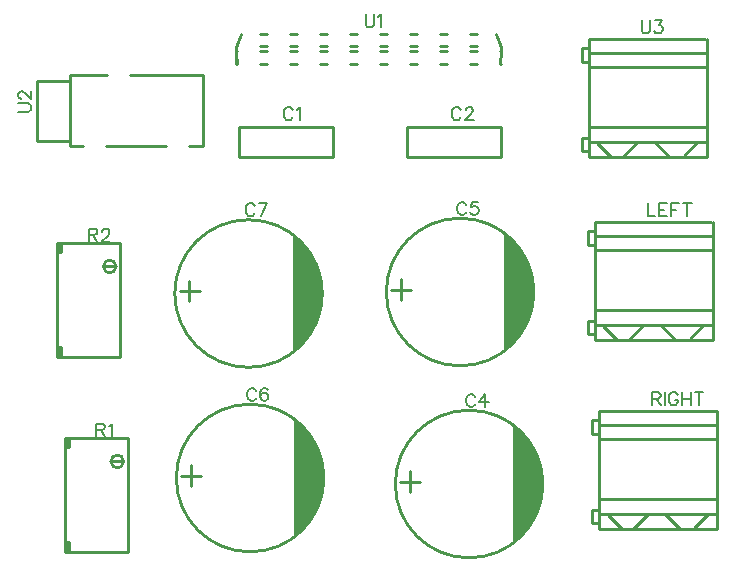
<source format=gto>
G04 Layer: TopSilkscreenLayer*
G04 EasyEDA v6.5.22, 2022-11-10 10:58:02*
G04 6b3d640ebf974b0b8646ff979dfa74d8,4d8ab2db40884aeb91e54047068f32cb,10*
G04 Gerber Generator version 0.2*
G04 Scale: 100 percent, Rotated: No, Reflected: No *
G04 Dimensions in inches *
G04 leading zeros omitted , absolute positions ,3 integer and 6 decimal *
%FSLAX36Y36*%
%MOIN*%

%ADD10C,0.0060*%
%ADD11C,0.0100*%

%LPD*%
D10*
X1787875Y1110199D02*
G01*
X1785775Y1114299D01*
X1781674Y1118400D01*
X1777674Y1120399D01*
X1769475Y1120399D01*
X1765375Y1118400D01*
X1761274Y1114299D01*
X1759174Y1110199D01*
X1757174Y1104000D01*
X1757174Y1093800D01*
X1759174Y1087699D01*
X1761274Y1083600D01*
X1765375Y1079499D01*
X1769475Y1077500D01*
X1777674Y1077500D01*
X1781674Y1079499D01*
X1785775Y1083600D01*
X1787875Y1087699D01*
X1801374Y1112199D02*
G01*
X1805474Y1114299D01*
X1811575Y1120399D01*
X1811575Y1077500D01*
X2347875Y1110199D02*
G01*
X2345775Y1114299D01*
X2341674Y1118400D01*
X2337674Y1120399D01*
X2329475Y1120399D01*
X2325375Y1118400D01*
X2321274Y1114299D01*
X2319174Y1110199D01*
X2317174Y1104000D01*
X2317174Y1093800D01*
X2319174Y1087699D01*
X2321274Y1083600D01*
X2325375Y1079499D01*
X2329475Y1077500D01*
X2337674Y1077500D01*
X2341674Y1079499D01*
X2345775Y1083600D01*
X2347875Y1087699D01*
X2363374Y1110199D02*
G01*
X2363374Y1112199D01*
X2365474Y1116300D01*
X2367475Y1118400D01*
X2371575Y1120399D01*
X2379774Y1120399D01*
X2383874Y1118400D01*
X2385874Y1116300D01*
X2387974Y1112199D01*
X2387974Y1108099D01*
X2385874Y1104000D01*
X2381774Y1097899D01*
X2361374Y1077500D01*
X2389975Y1077500D01*
X2395694Y155199D02*
G01*
X2393594Y159299D01*
X2389494Y163400D01*
X2385495Y165399D01*
X2377295Y165399D01*
X2373194Y163400D01*
X2369094Y159299D01*
X2366994Y155199D01*
X2364994Y149000D01*
X2364994Y138800D01*
X2366994Y132699D01*
X2369094Y128600D01*
X2373194Y124499D01*
X2377295Y122500D01*
X2385495Y122500D01*
X2389494Y124499D01*
X2393594Y128600D01*
X2395694Y132699D01*
X2429594Y165399D02*
G01*
X2409194Y136799D01*
X2439894Y136799D01*
X2429594Y165399D02*
G01*
X2429594Y122500D01*
X2365694Y795199D02*
G01*
X2363594Y799299D01*
X2359494Y803400D01*
X2355495Y805399D01*
X2347295Y805399D01*
X2343194Y803400D01*
X2339094Y799299D01*
X2336994Y795199D01*
X2334994Y789000D01*
X2334994Y778800D01*
X2336994Y772699D01*
X2339094Y768600D01*
X2343194Y764499D01*
X2347295Y762500D01*
X2355495Y762500D01*
X2359494Y764499D01*
X2363594Y768600D01*
X2365694Y772699D01*
X2403694Y805399D02*
G01*
X2383294Y805399D01*
X2381194Y786999D01*
X2383294Y789000D01*
X2389395Y791100D01*
X2395495Y791100D01*
X2401694Y789000D01*
X2405794Y785000D01*
X2407794Y778800D01*
X2407794Y774699D01*
X2405794Y768600D01*
X2401694Y764499D01*
X2395495Y762500D01*
X2389395Y762500D01*
X2383294Y764499D01*
X2381194Y766500D01*
X2379194Y770599D01*
X1665694Y175199D02*
G01*
X1663594Y179299D01*
X1659494Y183400D01*
X1655495Y185399D01*
X1647295Y185399D01*
X1643194Y183400D01*
X1639094Y179299D01*
X1636994Y175199D01*
X1634994Y169000D01*
X1634994Y158800D01*
X1636994Y152699D01*
X1639094Y148600D01*
X1643194Y144499D01*
X1647295Y142500D01*
X1655495Y142500D01*
X1659494Y144499D01*
X1663594Y148600D01*
X1665694Y152699D01*
X1703694Y179299D02*
G01*
X1701694Y183400D01*
X1695495Y185399D01*
X1691495Y185399D01*
X1685294Y183400D01*
X1681194Y177199D01*
X1679194Y166999D01*
X1679194Y156799D01*
X1681194Y148600D01*
X1685294Y144499D01*
X1691495Y142500D01*
X1693495Y142500D01*
X1699594Y144499D01*
X1703694Y148600D01*
X1705794Y154699D01*
X1705794Y156799D01*
X1703694Y162899D01*
X1699594Y166999D01*
X1693495Y169000D01*
X1691495Y169000D01*
X1685294Y166999D01*
X1681194Y162899D01*
X1679194Y156799D01*
X1660694Y790199D02*
G01*
X1658594Y794299D01*
X1654494Y798400D01*
X1650495Y800399D01*
X1642295Y800399D01*
X1638194Y798400D01*
X1634094Y794299D01*
X1631994Y790199D01*
X1629994Y784000D01*
X1629994Y773800D01*
X1631994Y767699D01*
X1634094Y763600D01*
X1638194Y759499D01*
X1642295Y757500D01*
X1650495Y757500D01*
X1654494Y759499D01*
X1658594Y763600D01*
X1660694Y767699D01*
X1702794Y800399D02*
G01*
X1682394Y757500D01*
X1674194Y800399D02*
G01*
X1702794Y800399D01*
X2970000Y800399D02*
G01*
X2970000Y757500D01*
X2970000Y757500D02*
G01*
X2994499Y757500D01*
X3008000Y800399D02*
G01*
X3008000Y757500D01*
X3008000Y800399D02*
G01*
X3034600Y800399D01*
X3008000Y780000D02*
G01*
X3024399Y780000D01*
X3008000Y757500D02*
G01*
X3034600Y757500D01*
X3048100Y800399D02*
G01*
X3048100Y757500D01*
X3048100Y800399D02*
G01*
X3074700Y800399D01*
X3048100Y780000D02*
G01*
X3064499Y780000D01*
X3102500Y800399D02*
G01*
X3102500Y757500D01*
X3088199Y800399D02*
G01*
X3116899Y800399D01*
X2985000Y170399D02*
G01*
X2985000Y127500D01*
X2985000Y170399D02*
G01*
X3003400Y170399D01*
X3009499Y168400D01*
X3011599Y166300D01*
X3013599Y162199D01*
X3013599Y158099D01*
X3011599Y154000D01*
X3009499Y151999D01*
X3003400Y150000D01*
X2985000Y150000D01*
X2999300Y150000D02*
G01*
X3013599Y127500D01*
X3027100Y170399D02*
G01*
X3027100Y127500D01*
X3071300Y160199D02*
G01*
X3069300Y164299D01*
X3065200Y168400D01*
X3061099Y170399D01*
X3052899Y170399D01*
X3048800Y168400D01*
X3044700Y164299D01*
X3042700Y160199D01*
X3040600Y154000D01*
X3040600Y143800D01*
X3042700Y137699D01*
X3044700Y133600D01*
X3048800Y129499D01*
X3052899Y127500D01*
X3061099Y127500D01*
X3065200Y129499D01*
X3069300Y133600D01*
X3071300Y137699D01*
X3071300Y143800D01*
X3061099Y143800D02*
G01*
X3071300Y143800D01*
X3084799Y170399D02*
G01*
X3084799Y127500D01*
X3113500Y170399D02*
G01*
X3113500Y127500D01*
X3084799Y150000D02*
G01*
X3113500Y150000D01*
X3141300Y170399D02*
G01*
X3141300Y127500D01*
X3126999Y170399D02*
G01*
X3155600Y170399D01*
X2950000Y1410399D02*
G01*
X2950000Y1379699D01*
X2951999Y1373600D01*
X2956099Y1369499D01*
X2962299Y1367500D01*
X2966400Y1367500D01*
X2972500Y1369499D01*
X2976599Y1373600D01*
X2978599Y1379699D01*
X2978599Y1410399D01*
X2996199Y1410399D02*
G01*
X3018699Y1410399D01*
X3006499Y1394000D01*
X3012600Y1394000D01*
X3016700Y1391999D01*
X3018699Y1390000D01*
X3020799Y1383800D01*
X3020799Y1379699D01*
X3018699Y1373600D01*
X3014600Y1369499D01*
X3008500Y1367500D01*
X3002399Y1367500D01*
X2996199Y1369499D01*
X2994200Y1371500D01*
X2992100Y1375599D01*
X1132362Y65799D02*
G01*
X1132362Y22899D01*
X1132362Y65799D02*
G01*
X1150762Y65799D01*
X1156862Y63800D01*
X1158962Y61700D01*
X1160961Y57600D01*
X1160961Y53499D01*
X1158962Y49400D01*
X1156862Y47399D01*
X1150762Y45399D01*
X1132362Y45399D01*
X1146661Y45399D02*
G01*
X1160961Y22899D01*
X1174462Y57600D02*
G01*
X1178562Y59699D01*
X1184762Y65799D01*
X1184762Y22899D01*
X1107362Y715799D02*
G01*
X1107362Y672899D01*
X1107362Y715799D02*
G01*
X1125762Y715799D01*
X1131862Y713800D01*
X1133962Y711700D01*
X1135961Y707600D01*
X1135961Y703499D01*
X1133962Y699400D01*
X1131862Y697399D01*
X1125762Y695399D01*
X1107362Y695399D01*
X1121661Y695399D02*
G01*
X1135961Y672899D01*
X1151562Y705599D02*
G01*
X1151562Y707600D01*
X1153562Y711700D01*
X1155662Y713800D01*
X1159762Y715799D01*
X1167861Y715799D01*
X1171962Y713800D01*
X1174062Y711700D01*
X1176062Y707600D01*
X1176062Y703499D01*
X1174062Y699400D01*
X1169961Y693299D01*
X1149462Y672899D01*
X1178162Y672899D01*
X2030000Y1430399D02*
G01*
X2030000Y1399699D01*
X2031999Y1393600D01*
X2036099Y1389499D01*
X2042299Y1387500D01*
X2046400Y1387500D01*
X2052500Y1389499D01*
X2056599Y1393600D01*
X2058599Y1399699D01*
X2058599Y1430399D01*
X2072100Y1422199D02*
G01*
X2076199Y1424299D01*
X2082399Y1430399D01*
X2082399Y1387500D01*
X872865Y1105000D02*
G01*
X903564Y1105000D01*
X909665Y1106999D01*
X913765Y1111100D01*
X915765Y1117300D01*
X915765Y1121399D01*
X913765Y1127500D01*
X909665Y1131599D01*
X903564Y1133600D01*
X872865Y1133600D01*
X883064Y1149200D02*
G01*
X881064Y1149200D01*
X876965Y1151199D01*
X874864Y1153299D01*
X872865Y1157399D01*
X872865Y1165500D01*
X874864Y1169600D01*
X876965Y1171700D01*
X881064Y1173699D01*
X885164Y1173699D01*
X889264Y1171700D01*
X895365Y1167600D01*
X915765Y1147100D01*
X915765Y1175799D01*
G36*
X2522640Y61840D02*
G01*
X2522640Y-331840D01*
X2554580Y-299860D01*
X2560620Y-293340D01*
X2566420Y-286600D01*
X2571960Y-279660D01*
X2577240Y-272500D01*
X2582240Y-265160D01*
X2586960Y-257640D01*
X2591400Y-249940D01*
X2595560Y-242079D01*
X2599420Y-234080D01*
X2602980Y-225940D01*
X2606220Y-217659D01*
X2609160Y-209280D01*
X2611780Y-200780D01*
X2614080Y-192200D01*
X2616040Y-183540D01*
X2616920Y-179180D01*
X2618399Y-170420D01*
X2619560Y-161600D01*
X2620400Y-152760D01*
X2620899Y-143880D01*
X2621060Y-135000D01*
X2620899Y-126120D01*
X2620400Y-117240D01*
X2619560Y-108400D01*
X2618399Y-99580D01*
X2616920Y-90820D01*
X2615100Y-82120D01*
X2614080Y-77800D01*
X2611780Y-69220D01*
X2609160Y-60720D01*
X2606220Y-52340D01*
X2602980Y-44060D01*
X2599420Y-35920D01*
X2595560Y-27919D01*
X2591400Y-20059D01*
X2586960Y-12360D01*
X2582240Y-4840D01*
X2577240Y2500D01*
X2571960Y9660D01*
X2566420Y16600D01*
X2560620Y23340D01*
X2554580Y29860D01*
G37*
G36*
X2492640Y701840D02*
G01*
X2492640Y308160D01*
X2524580Y340140D01*
X2530620Y346659D01*
X2536420Y353400D01*
X2541960Y360340D01*
X2547240Y367500D01*
X2552240Y374840D01*
X2556960Y382360D01*
X2561400Y390060D01*
X2565560Y397920D01*
X2569420Y405920D01*
X2572980Y414060D01*
X2576220Y422340D01*
X2579160Y430720D01*
X2581780Y439219D01*
X2584080Y447800D01*
X2586040Y456460D01*
X2586920Y460820D01*
X2588399Y469580D01*
X2589560Y478400D01*
X2590400Y487239D01*
X2590899Y496120D01*
X2591060Y505000D01*
X2590899Y513880D01*
X2590400Y522760D01*
X2589560Y531600D01*
X2588399Y540420D01*
X2586920Y549180D01*
X2585100Y557880D01*
X2584080Y562200D01*
X2581780Y570780D01*
X2579160Y579280D01*
X2576220Y587660D01*
X2572980Y595940D01*
X2569420Y604080D01*
X2565560Y612080D01*
X2561400Y619940D01*
X2556960Y627640D01*
X2552240Y635160D01*
X2547240Y642500D01*
X2541960Y649659D01*
X2536420Y656600D01*
X2530620Y663340D01*
X2524580Y669860D01*
G37*
G36*
X1792640Y81840D02*
G01*
X1792640Y-311840D01*
X1824580Y-279860D01*
X1830620Y-273340D01*
X1836420Y-266600D01*
X1841960Y-259660D01*
X1847240Y-252500D01*
X1852240Y-245159D01*
X1856960Y-237640D01*
X1861399Y-229940D01*
X1865560Y-222079D01*
X1869420Y-214080D01*
X1872980Y-205940D01*
X1876220Y-197659D01*
X1879160Y-189280D01*
X1881780Y-180780D01*
X1884079Y-172200D01*
X1886040Y-163540D01*
X1886920Y-159180D01*
X1888400Y-150420D01*
X1889560Y-141600D01*
X1890400Y-132760D01*
X1890900Y-123880D01*
X1891060Y-115000D01*
X1890900Y-106120D01*
X1890400Y-97240D01*
X1889560Y-88400D01*
X1888400Y-79580D01*
X1886920Y-70820D01*
X1885100Y-62120D01*
X1884079Y-57800D01*
X1881780Y-49220D01*
X1879160Y-40720D01*
X1876220Y-32340D01*
X1872980Y-24060D01*
X1869420Y-15920D01*
X1865560Y-7920D01*
X1861399Y-60D01*
X1856960Y7640D01*
X1852240Y15160D01*
X1847240Y22500D01*
X1841960Y29660D01*
X1836420Y36600D01*
X1830620Y43339D01*
X1824580Y49860D01*
G37*
G36*
X1787640Y696840D02*
G01*
X1787640Y303160D01*
X1819580Y335140D01*
X1825620Y341659D01*
X1831420Y348400D01*
X1836960Y355340D01*
X1842240Y362500D01*
X1847240Y369840D01*
X1851960Y377360D01*
X1856399Y385060D01*
X1860560Y392920D01*
X1864420Y400920D01*
X1867980Y409060D01*
X1871220Y417340D01*
X1874160Y425720D01*
X1876780Y434219D01*
X1879079Y442800D01*
X1881040Y451460D01*
X1881920Y455820D01*
X1883400Y464580D01*
X1884560Y473400D01*
X1885400Y482239D01*
X1885900Y491120D01*
X1886060Y500000D01*
X1885900Y508880D01*
X1885400Y517760D01*
X1884560Y526600D01*
X1883400Y535420D01*
X1881920Y544180D01*
X1880100Y552880D01*
X1879079Y557200D01*
X1876780Y565780D01*
X1874160Y574280D01*
X1871220Y582660D01*
X1867980Y590940D01*
X1864420Y599080D01*
X1860560Y607080D01*
X1856399Y614940D01*
X1851960Y622640D01*
X1847240Y630160D01*
X1842240Y637500D01*
X1836960Y644659D01*
X1831420Y651600D01*
X1825620Y658340D01*
X1819580Y664860D01*
G37*
D11*
X1607514Y1054214D02*
G01*
X1922475Y1054212D01*
X1922475Y955785D02*
G01*
X1607514Y955787D01*
X1607514Y1054214D02*
G01*
X1607514Y955787D01*
X1922475Y1054212D02*
G01*
X1922475Y955785D01*
X2167514Y1054214D02*
G01*
X2482475Y1054212D01*
X2482475Y955785D02*
G01*
X2167514Y955787D01*
X2167514Y1054214D02*
G01*
X2167514Y955787D01*
X2482475Y1054212D02*
G01*
X2482475Y955785D01*
X2211994Y-128000D02*
G01*
X2145995Y-128000D01*
X2177995Y-160999D02*
G01*
X2177995Y-93000D01*
X2181994Y511999D02*
G01*
X2115995Y511999D01*
X2147995Y479000D02*
G01*
X2147995Y546999D01*
X1481994Y-108000D02*
G01*
X1415995Y-108000D01*
X1447995Y-140999D02*
G01*
X1447995Y-73000D01*
X1476994Y506999D02*
G01*
X1410995Y506999D01*
X1442995Y474000D02*
G01*
X1442995Y541999D01*
X2793541Y737912D02*
G01*
X3182912Y737912D01*
X2793541Y737912D02*
G01*
X2793542Y344214D01*
X2794723Y344214D02*
G01*
X3186457Y344214D01*
X3186458Y737912D02*
G01*
X3186457Y344214D01*
X2793541Y645000D02*
G01*
X3186457Y645000D01*
X2770000Y710050D02*
G01*
X2793622Y710050D01*
X2770000Y663236D02*
G01*
X2770000Y710050D01*
X2793622Y663236D02*
G01*
X2770000Y663236D01*
X2770000Y365000D02*
G01*
X2770000Y410050D01*
X2793622Y410050D01*
X2793622Y365000D02*
G01*
X2770000Y365000D01*
X3154856Y393892D02*
G01*
X3110622Y349659D01*
X3110622Y345787D01*
X3061621Y345787D02*
G01*
X3013515Y393892D01*
X3008621Y393892D01*
X2955622Y393892D02*
G01*
X2907622Y345893D01*
X2907622Y345787D01*
X2868621Y345787D02*
G01*
X2821621Y392786D01*
X2821621Y393892D01*
X2793541Y393894D02*
G01*
X3186457Y393894D01*
X2793541Y447808D02*
G01*
X2794877Y446471D01*
X3186457Y446471D01*
X2793541Y691806D02*
G01*
X3186457Y691806D01*
X2808541Y107912D02*
G01*
X3197912Y107912D01*
X2808541Y107912D02*
G01*
X2808542Y-285785D01*
X2809723Y-285785D02*
G01*
X3201457Y-285785D01*
X3201458Y107912D02*
G01*
X3201457Y-285785D01*
X2808541Y15000D02*
G01*
X3201457Y15000D01*
X2785000Y80050D02*
G01*
X2808622Y80050D01*
X2785000Y33236D02*
G01*
X2785000Y80050D01*
X2808622Y33236D02*
G01*
X2785000Y33236D01*
X2785000Y-265000D02*
G01*
X2785000Y-219949D01*
X2808622Y-219949D01*
X2808622Y-265000D02*
G01*
X2785000Y-265000D01*
X3169856Y-236107D02*
G01*
X3125622Y-280340D01*
X3125622Y-284212D01*
X3076621Y-284212D02*
G01*
X3028515Y-236107D01*
X3023621Y-236107D01*
X2970622Y-236107D02*
G01*
X2922622Y-284106D01*
X2922622Y-284212D01*
X2883621Y-284212D02*
G01*
X2836621Y-237213D01*
X2836621Y-236107D01*
X2808541Y-236105D02*
G01*
X3201457Y-236105D01*
X2808541Y-182192D02*
G01*
X2809877Y-183528D01*
X3201457Y-183528D01*
X2808541Y61806D02*
G01*
X3201457Y61806D01*
X2773541Y1347912D02*
G01*
X3162912Y1347912D01*
X2773541Y1347912D02*
G01*
X2773542Y954214D01*
X2774723Y954214D02*
G01*
X3166457Y954214D01*
X3166458Y1347912D02*
G01*
X3166457Y954214D01*
X2773541Y1255000D02*
G01*
X3166457Y1255000D01*
X2750000Y1320050D02*
G01*
X2773622Y1320050D01*
X2750000Y1273236D02*
G01*
X2750000Y1320050D01*
X2773622Y1273236D02*
G01*
X2750000Y1273236D01*
X2750000Y975000D02*
G01*
X2750000Y1020050D01*
X2773622Y1020050D01*
X2773622Y975000D02*
G01*
X2750000Y975000D01*
X3134856Y1003892D02*
G01*
X3090622Y959659D01*
X3090622Y955787D01*
X3041621Y955787D02*
G01*
X2993515Y1003892D01*
X2988621Y1003892D01*
X2935622Y1003892D02*
G01*
X2887622Y955893D01*
X2887622Y955787D01*
X2848621Y955787D02*
G01*
X2801621Y1002786D01*
X2801621Y1003892D01*
X2773541Y1003894D02*
G01*
X3166457Y1003894D01*
X2773541Y1057808D02*
G01*
X2774877Y1056471D01*
X3166457Y1056471D01*
X2773541Y1301806D02*
G01*
X3166457Y1301806D01*
X1187362Y-59600D02*
G01*
X1202362Y-59600D01*
X1217362Y-59600D01*
X1202362Y-59600D01*
X1027362Y20000D02*
G01*
X1237362Y20000D01*
X1237362Y-360000D01*
X1027362Y-360000D01*
X1027362Y20000D01*
X1033422Y17010D02*
G01*
X1041292Y17010D01*
X1041292Y-12989D01*
X1033422Y-12989D01*
X1033422Y17010D01*
X1033422Y-326999D02*
G01*
X1041292Y-326999D01*
X1041292Y-356999D01*
X1033422Y-356999D01*
X1033422Y-326999D01*
X1162362Y590399D02*
G01*
X1177362Y590399D01*
X1192362Y590399D01*
X1177362Y590399D01*
X1002362Y670000D02*
G01*
X1212362Y670000D01*
X1212362Y290000D01*
X1002362Y290000D01*
X1002362Y670000D01*
X1008422Y667010D02*
G01*
X1016292Y667010D01*
X1016292Y637010D01*
X1008422Y637010D01*
X1008422Y667010D01*
X1008422Y323000D02*
G01*
X1016292Y323000D01*
X1016292Y293000D01*
X1008422Y293000D01*
X1008422Y323000D01*
X1598999Y1299000D02*
G01*
X1598999Y1264000D01*
X1598999Y1264000D02*
G01*
X1603000Y1264000D01*
X1615000Y1365999D02*
G01*
X1598999Y1323000D01*
X1598999Y1323000D02*
G01*
X1598999Y1306999D01*
X1598999Y1306999D02*
G01*
X1598999Y1299000D01*
X1598999Y1299000D02*
G01*
X1603000Y1264000D01*
X2476999Y1264000D02*
G01*
X2481000Y1306999D01*
X2481000Y1306999D02*
G01*
X2481000Y1323000D01*
X2481000Y1323000D02*
G01*
X2465000Y1365999D01*
X1600000Y1325000D02*
G01*
X1601369Y1325000D01*
X1678630Y1325000D02*
G01*
X1701369Y1325000D01*
X1778630Y1325000D02*
G01*
X1801369Y1325000D01*
X1878630Y1325000D02*
G01*
X1901369Y1325000D01*
X1978630Y1325000D02*
G01*
X2001369Y1325000D01*
X2078630Y1325000D02*
G01*
X2101369Y1325000D01*
X2178630Y1325000D02*
G01*
X2201369Y1325000D01*
X2278630Y1325000D02*
G01*
X2301369Y1325000D01*
X2378630Y1325000D02*
G01*
X2401369Y1325000D01*
X2478630Y1325000D02*
G01*
X2481000Y1325000D01*
X1598999Y1306999D02*
G01*
X1601369Y1306999D01*
X1678630Y1306999D02*
G01*
X1701369Y1306999D01*
X1778630Y1306999D02*
G01*
X1801369Y1306999D01*
X1878630Y1306999D02*
G01*
X1901369Y1306999D01*
X1978630Y1306999D02*
G01*
X2001369Y1306999D01*
X2078630Y1306999D02*
G01*
X2101369Y1306999D01*
X2178630Y1306999D02*
G01*
X2201369Y1306999D01*
X2278630Y1306999D02*
G01*
X2301369Y1306999D01*
X2378630Y1306999D02*
G01*
X2401369Y1306999D01*
X2478630Y1306999D02*
G01*
X2480528Y1306999D01*
X1677146Y1365999D02*
G01*
X1702853Y1365999D01*
X1777146Y1365999D02*
G01*
X1802853Y1365999D01*
X1877146Y1365999D02*
G01*
X1902853Y1365999D01*
X1977146Y1365999D02*
G01*
X2002853Y1365999D01*
X2077146Y1365999D02*
G01*
X2102853Y1365999D01*
X2177146Y1365999D02*
G01*
X2202853Y1365999D01*
X2277146Y1365999D02*
G01*
X2302853Y1365999D01*
X2377146Y1365999D02*
G01*
X2402853Y1365999D01*
X1677146Y1264000D02*
G01*
X1702853Y1264000D01*
X1777146Y1264000D02*
G01*
X1802853Y1264000D01*
X1877146Y1264000D02*
G01*
X1902853Y1264000D01*
X1977146Y1264000D02*
G01*
X2002853Y1264000D01*
X2077146Y1264000D02*
G01*
X2102853Y1264000D01*
X2177146Y1264000D02*
G01*
X2202853Y1264000D01*
X2277146Y1264000D02*
G01*
X2302853Y1264000D01*
X2377146Y1264000D02*
G01*
X2402853Y1264000D01*
X2477146Y1264000D02*
G01*
X2480000Y1264000D01*
X1398824Y1228110D02*
G01*
X1477624Y1228110D01*
X1044525Y1208416D02*
G01*
X935000Y1208416D01*
X935000Y1010000D01*
X1044525Y1010000D01*
X1477624Y1228099D02*
G01*
X1489408Y1228099D01*
X1477595Y991889D02*
G01*
X1489408Y991889D01*
X1489408Y1228110D02*
G01*
X1489408Y991889D01*
X1044525Y991889D02*
G01*
X1044525Y1228110D01*
X1044525Y991889D02*
G01*
X1088575Y991889D01*
X1165829Y991889D02*
G01*
X1364165Y991889D01*
X1441419Y991889D02*
G01*
X1477595Y991889D01*
X1044525Y1228110D02*
G01*
X1167314Y1228110D01*
X1244570Y1228110D02*
G01*
X1398824Y1228110D01*
G75*
G01*
X1223609Y-59600D02*
G03*
X1223609Y-60000I-21259J-200D01*
G75*
G01*
X1198609Y590400D02*
G03*
X1198609Y590000I-21259J-200D01*
G75*
G01
X2621060Y-135000D02*
G03X2621060Y-135000I-246060J0D01*
G75*
G01
X2591060Y505000D02*
G03X2591060Y505000I-246060J0D01*
G75*
G01
X1891060Y-115000D02*
G03X1891060Y-115000I-246060J0D01*
G75*
G01
X1886060Y500000D02*
G03X1886060Y500000I-246060J0D01*
M02*

</source>
